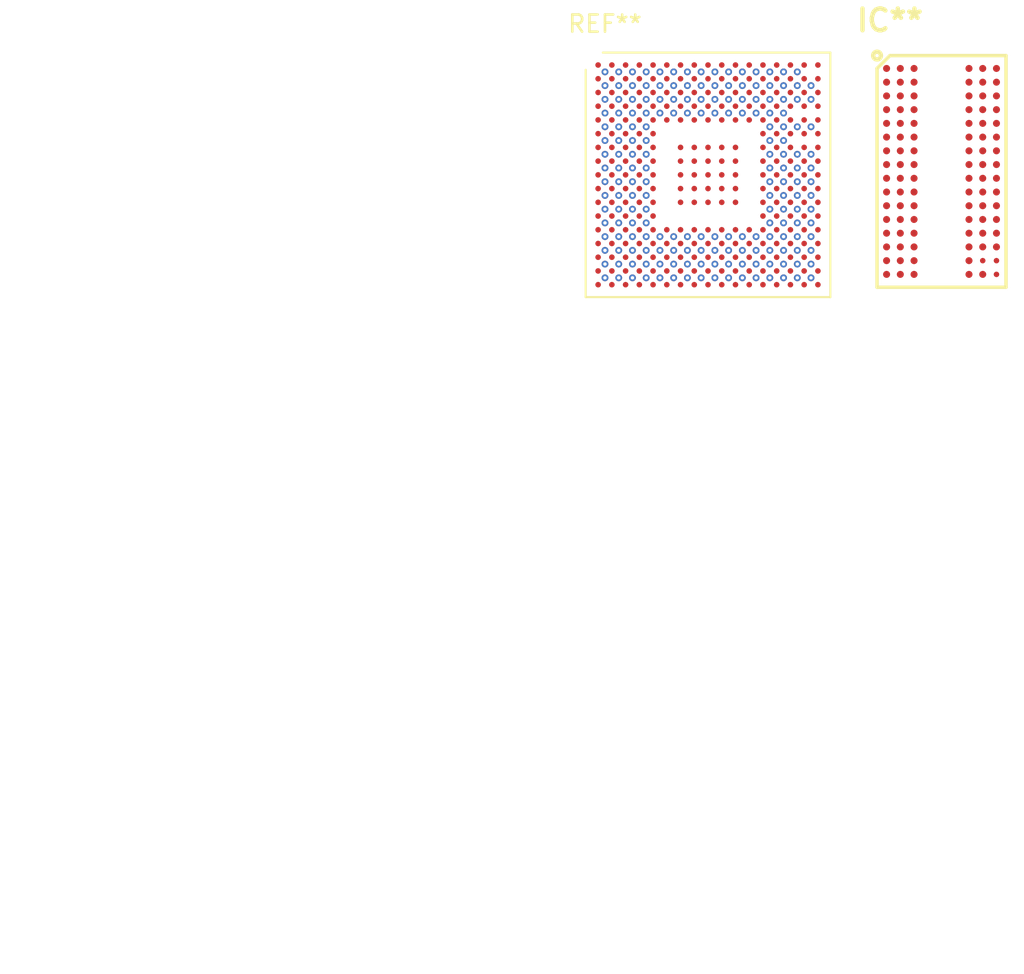
<source format=kicad_pcb>
(kicad_pcb (version 20171130) (host pcbnew "(5.1.10)-1")

  (general
    (thickness 1.6)
    (drawings 1)
    (tracks 187)
    (zones 0)
    (modules 2)
    (nets 1)
  )

  (page A4)
  (layers
    (0 F.Cu signal)
    (1 In1.Cu signal)
    (2 In2.Cu signal)
    (31 B.Cu signal)
    (32 B.Adhes user)
    (33 F.Adhes user)
    (34 B.Paste user)
    (35 F.Paste user)
    (36 B.SilkS user)
    (37 F.SilkS user)
    (38 B.Mask user)
    (39 F.Mask user)
    (40 Dwgs.User user)
    (41 Cmts.User user)
    (42 Eco1.User user)
    (43 Eco2.User user)
    (44 Edge.Cuts user)
    (45 Margin user)
    (46 B.CrtYd user)
    (47 F.CrtYd user)
    (48 B.Fab user)
    (49 F.Fab user)
  )

  (setup
    (last_trace_width 0.1)
    (user_trace_width 0.1)
    (trace_clearance 0.09)
    (zone_clearance 0.508)
    (zone_45_only no)
    (trace_min 0.09)
    (via_size 0.8)
    (via_drill 0.4)
    (via_min_size 0.4)
    (via_min_drill 0.2)
    (user_via 0.4 0.2)
    (user_via 0.45 0.25)
    (uvia_size 0.3)
    (uvia_drill 0.1)
    (uvias_allowed no)
    (uvia_min_size 0.2)
    (uvia_min_drill 0.1)
    (edge_width 0.05)
    (segment_width 0.2)
    (pcb_text_width 0.3)
    (pcb_text_size 1.5 1.5)
    (mod_edge_width 0.12)
    (mod_text_size 1 1)
    (mod_text_width 0.15)
    (pad_size 0.32 0.32)
    (pad_drill 0)
    (pad_to_mask_clearance 0)
    (aux_axis_origin 0 0)
    (visible_elements 7FFFFFFF)
    (pcbplotparams
      (layerselection 0x010fc_ffffffff)
      (usegerberextensions false)
      (usegerberattributes true)
      (usegerberadvancedattributes true)
      (creategerberjobfile true)
      (excludeedgelayer true)
      (linewidth 0.100000)
      (plotframeref false)
      (viasonmask false)
      (mode 1)
      (useauxorigin false)
      (hpglpennumber 1)
      (hpglpenspeed 20)
      (hpglpendiameter 15.000000)
      (psnegative false)
      (psa4output false)
      (plotreference true)
      (plotvalue true)
      (plotinvisibletext false)
      (padsonsilk false)
      (subtractmaskfromsilk false)
      (outputformat 1)
      (mirror false)
      (drillshape 1)
      (scaleselection 1)
      (outputdirectory ""))
  )

  (net 0 "")

  (net_class Default "This is the default net class."
    (clearance 0.09)
    (trace_width 0.09)
    (via_dia 0.8)
    (via_drill 0.4)
    (uvia_dia 0.3)
    (uvia_drill 0.1)
  )

  (module Package_BGA:TFBGA-265_14x14mm_Layout17x17_P0.8mm (layer F.Cu) (tedit 5ADF9FCE) (tstamp 613CD793)
    (at 118.6 63.2)
    (descr "TFBGA-265, 17x17 raster, 14x14mm package, pitch 0.8mm; see section 7.8 of http://www.st.com/resource/en/datasheet/DM00387108.pdf")
    (tags "BGA 265 0.8")
    (attr smd)
    (fp_text reference REF** (at -6 -8.8) (layer F.SilkS)
      (effects (font (size 1 1) (thickness 0.15)))
    )
    (fp_text value TFBGA-265_14x14mm_Layout17x17_P0.8mm (at 0 9.6) (layer F.Fab)
      (effects (font (size 1 1) (thickness 0.15)))
    )
    (fp_line (start -7.125 7.125) (end -7.125 -6.125) (layer F.SilkS) (width 0.12))
    (fp_line (start 7.125 7.125) (end -7.125 7.125) (layer F.SilkS) (width 0.12))
    (fp_line (start 7.125 -7.125) (end 7.125 7.125) (layer F.SilkS) (width 0.12))
    (fp_line (start -6.125 -7.125) (end 7.125 -7.125) (layer F.SilkS) (width 0.12))
    (fp_line (start 8 -8) (end -8 -8) (layer F.CrtYd) (width 0.05))
    (fp_line (start 8 8) (end 8 -8) (layer F.CrtYd) (width 0.05))
    (fp_line (start -8 8) (end 8 8) (layer F.CrtYd) (width 0.05))
    (fp_line (start -8 -8) (end -8 8) (layer F.CrtYd) (width 0.05))
    (fp_line (start 7 -7) (end 7 7) (layer F.Fab) (width 0.1))
    (fp_line (start -6 -7) (end 7 -7) (layer F.Fab) (width 0.1))
    (fp_line (start -7 -6) (end -6 -7) (layer F.Fab) (width 0.1))
    (fp_line (start -7 7) (end -7 -6) (layer F.Fab) (width 0.1))
    (fp_line (start 7 7) (end -7 7) (layer F.Fab) (width 0.1))
    (fp_text user %R (at 0 0) (layer F.Fab)
      (effects (font (size 1 1) (thickness 0.15)))
    )
    (pad U17 smd circle (at 6.4 6.4) (size 0.325 0.325) (layers F.Cu F.Paste F.Mask)
      (solder_paste_margin_ratio -0.115))
    (pad U16 smd circle (at 5.6 6.4) (size 0.325 0.325) (layers F.Cu F.Paste F.Mask)
      (solder_paste_margin_ratio -0.115))
    (pad U15 smd circle (at 4.8 6.4) (size 0.325 0.325) (layers F.Cu F.Paste F.Mask)
      (solder_paste_margin_ratio -0.115))
    (pad U14 smd circle (at 4 6.4) (size 0.325 0.325) (layers F.Cu F.Paste F.Mask)
      (solder_paste_margin_ratio -0.115))
    (pad U13 smd circle (at 3.2 6.4) (size 0.325 0.325) (layers F.Cu F.Paste F.Mask)
      (solder_paste_margin_ratio -0.115))
    (pad U12 smd circle (at 2.4 6.4) (size 0.325 0.325) (layers F.Cu F.Paste F.Mask)
      (solder_paste_margin_ratio -0.115))
    (pad U11 smd circle (at 1.6 6.4) (size 0.325 0.325) (layers F.Cu F.Paste F.Mask)
      (solder_paste_margin_ratio -0.115))
    (pad U10 smd circle (at 0.8 6.4) (size 0.325 0.325) (layers F.Cu F.Paste F.Mask)
      (solder_paste_margin_ratio -0.115))
    (pad U9 smd circle (at 0 6.4) (size 0.325 0.325) (layers F.Cu F.Paste F.Mask)
      (solder_paste_margin_ratio -0.115))
    (pad U8 smd circle (at -0.8 6.4) (size 0.325 0.325) (layers F.Cu F.Paste F.Mask)
      (solder_paste_margin_ratio -0.115))
    (pad U7 smd circle (at -1.6 6.4) (size 0.325 0.325) (layers F.Cu F.Paste F.Mask)
      (solder_paste_margin_ratio -0.115))
    (pad U6 smd circle (at -2.4 6.4) (size 0.325 0.325) (layers F.Cu F.Paste F.Mask)
      (solder_paste_margin_ratio -0.115))
    (pad U5 smd circle (at -3.2 6.4) (size 0.325 0.325) (layers F.Cu F.Paste F.Mask)
      (solder_paste_margin_ratio -0.115))
    (pad U4 smd circle (at -4 6.4) (size 0.325 0.325) (layers F.Cu F.Paste F.Mask)
      (solder_paste_margin_ratio -0.115))
    (pad U3 smd circle (at -4.8 6.4) (size 0.325 0.325) (layers F.Cu F.Paste F.Mask)
      (solder_paste_margin_ratio -0.115))
    (pad U2 smd circle (at -5.6 6.4) (size 0.325 0.325) (layers F.Cu F.Paste F.Mask)
      (solder_paste_margin_ratio -0.115))
    (pad U1 smd circle (at -6.4 6.4) (size 0.325 0.325) (layers F.Cu F.Paste F.Mask)
      (solder_paste_margin_ratio -0.115))
    (pad T17 smd circle (at 6.4 5.6) (size 0.325 0.325) (layers F.Cu F.Paste F.Mask)
      (solder_paste_margin_ratio -0.115))
    (pad T16 smd circle (at 5.6 5.6) (size 0.325 0.325) (layers F.Cu F.Paste F.Mask)
      (solder_paste_margin_ratio -0.115))
    (pad T15 smd circle (at 4.8 5.6) (size 0.325 0.325) (layers F.Cu F.Paste F.Mask)
      (solder_paste_margin_ratio -0.115))
    (pad T14 smd circle (at 4 5.6) (size 0.325 0.325) (layers F.Cu F.Paste F.Mask)
      (solder_paste_margin_ratio -0.115))
    (pad T13 smd circle (at 3.2 5.6) (size 0.325 0.325) (layers F.Cu F.Paste F.Mask)
      (solder_paste_margin_ratio -0.115))
    (pad T12 smd circle (at 2.4 5.6) (size 0.325 0.325) (layers F.Cu F.Paste F.Mask)
      (solder_paste_margin_ratio -0.115))
    (pad T11 smd circle (at 1.6 5.6) (size 0.325 0.325) (layers F.Cu F.Paste F.Mask)
      (solder_paste_margin_ratio -0.115))
    (pad T10 smd circle (at 0.8 5.6) (size 0.325 0.325) (layers F.Cu F.Paste F.Mask)
      (solder_paste_margin_ratio -0.115))
    (pad T9 smd circle (at 0 5.6) (size 0.325 0.325) (layers F.Cu F.Paste F.Mask)
      (solder_paste_margin_ratio -0.115))
    (pad T8 smd circle (at -0.8 5.6) (size 0.325 0.325) (layers F.Cu F.Paste F.Mask)
      (solder_paste_margin_ratio -0.115))
    (pad T7 smd circle (at -1.6 5.6) (size 0.325 0.325) (layers F.Cu F.Paste F.Mask)
      (solder_paste_margin_ratio -0.115))
    (pad T6 smd circle (at -2.4 5.6) (size 0.325 0.325) (layers F.Cu F.Paste F.Mask)
      (solder_paste_margin_ratio -0.115))
    (pad T5 smd circle (at -3.2 5.6) (size 0.325 0.325) (layers F.Cu F.Paste F.Mask)
      (solder_paste_margin_ratio -0.115))
    (pad T4 smd circle (at -4 5.6) (size 0.325 0.325) (layers F.Cu F.Paste F.Mask)
      (solder_paste_margin_ratio -0.115))
    (pad T3 smd circle (at -4.8 5.6) (size 0.325 0.325) (layers F.Cu F.Paste F.Mask)
      (solder_paste_margin_ratio -0.115))
    (pad T2 smd circle (at -5.6 5.6) (size 0.325 0.325) (layers F.Cu F.Paste F.Mask)
      (solder_paste_margin_ratio -0.115))
    (pad T1 smd circle (at -6.4 5.6) (size 0.325 0.325) (layers F.Cu F.Paste F.Mask)
      (solder_paste_margin_ratio -0.115))
    (pad R17 smd circle (at 6.4 4.8) (size 0.325 0.325) (layers F.Cu F.Paste F.Mask)
      (solder_paste_margin_ratio -0.115))
    (pad R16 smd circle (at 5.6 4.8) (size 0.325 0.325) (layers F.Cu F.Paste F.Mask)
      (solder_paste_margin_ratio -0.115))
    (pad R15 smd circle (at 4.8 4.8) (size 0.325 0.325) (layers F.Cu F.Paste F.Mask)
      (solder_paste_margin_ratio -0.115))
    (pad R14 smd circle (at 4 4.8) (size 0.325 0.325) (layers F.Cu F.Paste F.Mask)
      (solder_paste_margin_ratio -0.115))
    (pad R13 smd circle (at 3.2 4.8) (size 0.325 0.325) (layers F.Cu F.Paste F.Mask)
      (solder_paste_margin_ratio -0.115))
    (pad R12 smd circle (at 2.4 4.8) (size 0.325 0.325) (layers F.Cu F.Paste F.Mask)
      (solder_paste_margin_ratio -0.115))
    (pad R11 smd circle (at 1.6 4.8) (size 0.325 0.325) (layers F.Cu F.Paste F.Mask)
      (solder_paste_margin_ratio -0.115))
    (pad R10 smd circle (at 0.8 4.8) (size 0.325 0.325) (layers F.Cu F.Paste F.Mask)
      (solder_paste_margin_ratio -0.115))
    (pad R9 smd circle (at 0 4.8) (size 0.325 0.325) (layers F.Cu F.Paste F.Mask)
      (solder_paste_margin_ratio -0.115))
    (pad R8 smd circle (at -0.8 4.8) (size 0.325 0.325) (layers F.Cu F.Paste F.Mask)
      (solder_paste_margin_ratio -0.115))
    (pad R7 smd circle (at -1.6 4.8) (size 0.325 0.325) (layers F.Cu F.Paste F.Mask)
      (solder_paste_margin_ratio -0.115))
    (pad R6 smd circle (at -2.4 4.8) (size 0.325 0.325) (layers F.Cu F.Paste F.Mask)
      (solder_paste_margin_ratio -0.115))
    (pad R5 smd circle (at -3.2 4.8) (size 0.325 0.325) (layers F.Cu F.Paste F.Mask)
      (solder_paste_margin_ratio -0.115))
    (pad R4 smd circle (at -4 4.8) (size 0.325 0.325) (layers F.Cu F.Paste F.Mask)
      (solder_paste_margin_ratio -0.115))
    (pad R3 smd circle (at -4.8 4.8) (size 0.325 0.325) (layers F.Cu F.Paste F.Mask)
      (solder_paste_margin_ratio -0.115))
    (pad R2 smd circle (at -5.6 4.8) (size 0.325 0.325) (layers F.Cu F.Paste F.Mask)
      (solder_paste_margin_ratio -0.115))
    (pad R1 smd circle (at -6.4 4.8) (size 0.325 0.325) (layers F.Cu F.Paste F.Mask)
      (solder_paste_margin_ratio -0.115))
    (pad P17 smd circle (at 6.4 4) (size 0.325 0.325) (layers F.Cu F.Paste F.Mask)
      (solder_paste_margin_ratio -0.115))
    (pad P16 smd circle (at 5.6 4) (size 0.325 0.325) (layers F.Cu F.Paste F.Mask)
      (solder_paste_margin_ratio -0.115))
    (pad P15 smd circle (at 4.8 4) (size 0.325 0.325) (layers F.Cu F.Paste F.Mask)
      (solder_paste_margin_ratio -0.115))
    (pad P14 smd circle (at 4 4) (size 0.325 0.325) (layers F.Cu F.Paste F.Mask)
      (solder_paste_margin_ratio -0.115))
    (pad P13 smd circle (at 3.2 4) (size 0.325 0.325) (layers F.Cu F.Paste F.Mask)
      (solder_paste_margin_ratio -0.115))
    (pad P12 smd circle (at 2.4 4) (size 0.325 0.325) (layers F.Cu F.Paste F.Mask)
      (solder_paste_margin_ratio -0.115))
    (pad P11 smd circle (at 1.6 4) (size 0.325 0.325) (layers F.Cu F.Paste F.Mask)
      (solder_paste_margin_ratio -0.115))
    (pad P10 smd circle (at 0.8 4) (size 0.325 0.325) (layers F.Cu F.Paste F.Mask)
      (solder_paste_margin_ratio -0.115))
    (pad P9 smd circle (at 0 4) (size 0.325 0.325) (layers F.Cu F.Paste F.Mask)
      (solder_paste_margin_ratio -0.115))
    (pad P8 smd circle (at -0.8 4) (size 0.325 0.325) (layers F.Cu F.Paste F.Mask)
      (solder_paste_margin_ratio -0.115))
    (pad P7 smd circle (at -1.6 4) (size 0.325 0.325) (layers F.Cu F.Paste F.Mask)
      (solder_paste_margin_ratio -0.115))
    (pad P6 smd circle (at -2.4 4) (size 0.325 0.325) (layers F.Cu F.Paste F.Mask)
      (solder_paste_margin_ratio -0.115))
    (pad P5 smd circle (at -3.2 4) (size 0.325 0.325) (layers F.Cu F.Paste F.Mask)
      (solder_paste_margin_ratio -0.115))
    (pad P4 smd circle (at -4 4) (size 0.325 0.325) (layers F.Cu F.Paste F.Mask)
      (solder_paste_margin_ratio -0.115))
    (pad P3 smd circle (at -4.8 4) (size 0.325 0.325) (layers F.Cu F.Paste F.Mask)
      (solder_paste_margin_ratio -0.115))
    (pad P2 smd circle (at -5.6 4) (size 0.325 0.325) (layers F.Cu F.Paste F.Mask)
      (solder_paste_margin_ratio -0.115))
    (pad P1 smd circle (at -6.4 4) (size 0.325 0.325) (layers F.Cu F.Paste F.Mask)
      (solder_paste_margin_ratio -0.115))
    (pad N17 smd circle (at 6.4 3.2) (size 0.325 0.325) (layers F.Cu F.Paste F.Mask)
      (solder_paste_margin_ratio -0.115))
    (pad N16 smd circle (at 5.6 3.2) (size 0.325 0.325) (layers F.Cu F.Paste F.Mask)
      (solder_paste_margin_ratio -0.115))
    (pad N15 smd circle (at 4.8 3.2) (size 0.325 0.325) (layers F.Cu F.Paste F.Mask)
      (solder_paste_margin_ratio -0.115))
    (pad N14 smd circle (at 4 3.2) (size 0.325 0.325) (layers F.Cu F.Paste F.Mask)
      (solder_paste_margin_ratio -0.115))
    (pad N13 smd circle (at 3.2 3.2) (size 0.325 0.325) (layers F.Cu F.Paste F.Mask)
      (solder_paste_margin_ratio -0.115))
    (pad N12 smd circle (at 2.4 3.2) (size 0.325 0.325) (layers F.Cu F.Paste F.Mask)
      (solder_paste_margin_ratio -0.115))
    (pad N11 smd circle (at 1.6 3.2) (size 0.325 0.325) (layers F.Cu F.Paste F.Mask)
      (solder_paste_margin_ratio -0.115))
    (pad N10 smd circle (at 0.8 3.2) (size 0.325 0.325) (layers F.Cu F.Paste F.Mask)
      (solder_paste_margin_ratio -0.115))
    (pad N9 smd circle (at 0 3.2) (size 0.325 0.325) (layers F.Cu F.Paste F.Mask)
      (solder_paste_margin_ratio -0.115))
    (pad N8 smd circle (at -0.8 3.2) (size 0.325 0.325) (layers F.Cu F.Paste F.Mask)
      (solder_paste_margin_ratio -0.115))
    (pad N7 smd circle (at -1.6 3.2) (size 0.325 0.325) (layers F.Cu F.Paste F.Mask)
      (solder_paste_margin_ratio -0.115))
    (pad N6 smd circle (at -2.4 3.2) (size 0.325 0.325) (layers F.Cu F.Paste F.Mask)
      (solder_paste_margin_ratio -0.115))
    (pad N5 smd circle (at -3.2 3.2) (size 0.325 0.325) (layers F.Cu F.Paste F.Mask)
      (solder_paste_margin_ratio -0.115))
    (pad N4 smd circle (at -4 3.2) (size 0.325 0.325) (layers F.Cu F.Paste F.Mask)
      (solder_paste_margin_ratio -0.115))
    (pad N3 smd circle (at -4.8 3.2) (size 0.325 0.325) (layers F.Cu F.Paste F.Mask)
      (solder_paste_margin_ratio -0.115))
    (pad N2 smd circle (at -5.6 3.2) (size 0.325 0.325) (layers F.Cu F.Paste F.Mask)
      (solder_paste_margin_ratio -0.115))
    (pad N1 smd circle (at -6.4 3.2) (size 0.325 0.325) (layers F.Cu F.Paste F.Mask)
      (solder_paste_margin_ratio -0.115))
    (pad M17 smd circle (at 6.4 2.4) (size 0.325 0.325) (layers F.Cu F.Paste F.Mask)
      (solder_paste_margin_ratio -0.115))
    (pad M16 smd circle (at 5.6 2.4) (size 0.325 0.325) (layers F.Cu F.Paste F.Mask)
      (solder_paste_margin_ratio -0.115))
    (pad M15 smd circle (at 4.8 2.4) (size 0.325 0.325) (layers F.Cu F.Paste F.Mask)
      (solder_paste_margin_ratio -0.115))
    (pad M14 smd circle (at 4 2.4) (size 0.325 0.325) (layers F.Cu F.Paste F.Mask)
      (solder_paste_margin_ratio -0.115))
    (pad M13 smd circle (at 3.2 2.4) (size 0.325 0.325) (layers F.Cu F.Paste F.Mask)
      (solder_paste_margin_ratio -0.115))
    (pad M5 smd circle (at -3.2 2.4) (size 0.325 0.325) (layers F.Cu F.Paste F.Mask)
      (solder_paste_margin_ratio -0.115))
    (pad M4 smd circle (at -4 2.4) (size 0.325 0.325) (layers F.Cu F.Paste F.Mask)
      (solder_paste_margin_ratio -0.115))
    (pad M3 smd circle (at -4.8 2.4) (size 0.325 0.325) (layers F.Cu F.Paste F.Mask)
      (solder_paste_margin_ratio -0.115))
    (pad M2 smd circle (at -5.6 2.4) (size 0.325 0.325) (layers F.Cu F.Paste F.Mask)
      (solder_paste_margin_ratio -0.115))
    (pad M1 smd circle (at -6.4 2.4) (size 0.325 0.325) (layers F.Cu F.Paste F.Mask)
      (solder_paste_margin_ratio -0.115))
    (pad L17 smd circle (at 6.4 1.6) (size 0.325 0.325) (layers F.Cu F.Paste F.Mask)
      (solder_paste_margin_ratio -0.115))
    (pad L16 smd circle (at 5.6 1.6) (size 0.325 0.325) (layers F.Cu F.Paste F.Mask)
      (solder_paste_margin_ratio -0.115))
    (pad L15 smd circle (at 4.8 1.6) (size 0.325 0.325) (layers F.Cu F.Paste F.Mask)
      (solder_paste_margin_ratio -0.115))
    (pad L14 smd circle (at 4 1.6) (size 0.325 0.325) (layers F.Cu F.Paste F.Mask)
      (solder_paste_margin_ratio -0.115))
    (pad L13 smd circle (at 3.2 1.6) (size 0.325 0.325) (layers F.Cu F.Paste F.Mask)
      (solder_paste_margin_ratio -0.115))
    (pad L11 smd circle (at 1.6 1.6) (size 0.325 0.325) (layers F.Cu F.Paste F.Mask)
      (solder_paste_margin_ratio -0.115))
    (pad L10 smd circle (at 0.8 1.6) (size 0.325 0.325) (layers F.Cu F.Paste F.Mask)
      (solder_paste_margin_ratio -0.115))
    (pad L9 smd circle (at 0 1.6) (size 0.325 0.325) (layers F.Cu F.Paste F.Mask)
      (solder_paste_margin_ratio -0.115))
    (pad L8 smd circle (at -0.8 1.6) (size 0.325 0.325) (layers F.Cu F.Paste F.Mask)
      (solder_paste_margin_ratio -0.115))
    (pad L7 smd circle (at -1.6 1.6) (size 0.325 0.325) (layers F.Cu F.Paste F.Mask)
      (solder_paste_margin_ratio -0.115))
    (pad L5 smd circle (at -3.2 1.6) (size 0.325 0.325) (layers F.Cu F.Paste F.Mask)
      (solder_paste_margin_ratio -0.115))
    (pad L4 smd circle (at -4 1.6) (size 0.325 0.325) (layers F.Cu F.Paste F.Mask)
      (solder_paste_margin_ratio -0.115))
    (pad L3 smd circle (at -4.8 1.6) (size 0.325 0.325) (layers F.Cu F.Paste F.Mask)
      (solder_paste_margin_ratio -0.115))
    (pad L2 smd circle (at -5.6 1.6) (size 0.325 0.325) (layers F.Cu F.Paste F.Mask)
      (solder_paste_margin_ratio -0.115))
    (pad L1 smd circle (at -6.4 1.6) (size 0.325 0.325) (layers F.Cu F.Paste F.Mask)
      (solder_paste_margin_ratio -0.115))
    (pad K17 smd circle (at 6.4 0.8) (size 0.325 0.325) (layers F.Cu F.Paste F.Mask)
      (solder_paste_margin_ratio -0.115))
    (pad K16 smd circle (at 5.6 0.8) (size 0.325 0.325) (layers F.Cu F.Paste F.Mask)
      (solder_paste_margin_ratio -0.115))
    (pad K15 smd circle (at 4.8 0.8) (size 0.325 0.325) (layers F.Cu F.Paste F.Mask)
      (solder_paste_margin_ratio -0.115))
    (pad K14 smd circle (at 4 0.8) (size 0.325 0.325) (layers F.Cu F.Paste F.Mask)
      (solder_paste_margin_ratio -0.115))
    (pad K13 smd circle (at 3.2 0.8) (size 0.325 0.325) (layers F.Cu F.Paste F.Mask)
      (solder_paste_margin_ratio -0.115))
    (pad K11 smd circle (at 1.6 0.8) (size 0.325 0.325) (layers F.Cu F.Paste F.Mask)
      (solder_paste_margin_ratio -0.115))
    (pad K10 smd circle (at 0.8 0.8) (size 0.325 0.325) (layers F.Cu F.Paste F.Mask)
      (solder_paste_margin_ratio -0.115))
    (pad K9 smd circle (at 0 0.8) (size 0.325 0.325) (layers F.Cu F.Paste F.Mask)
      (solder_paste_margin_ratio -0.115))
    (pad K8 smd circle (at -0.8 0.8) (size 0.325 0.325) (layers F.Cu F.Paste F.Mask)
      (solder_paste_margin_ratio -0.115))
    (pad K7 smd circle (at -1.6 0.8) (size 0.325 0.325) (layers F.Cu F.Paste F.Mask)
      (solder_paste_margin_ratio -0.115))
    (pad K5 smd circle (at -3.2 0.8) (size 0.325 0.325) (layers F.Cu F.Paste F.Mask)
      (solder_paste_margin_ratio -0.115))
    (pad K4 smd circle (at -4 0.8) (size 0.325 0.325) (layers F.Cu F.Paste F.Mask)
      (solder_paste_margin_ratio -0.115))
    (pad K3 smd circle (at -4.8 0.8) (size 0.325 0.325) (layers F.Cu F.Paste F.Mask)
      (solder_paste_margin_ratio -0.115))
    (pad K2 smd circle (at -5.6 0.8) (size 0.325 0.325) (layers F.Cu F.Paste F.Mask)
      (solder_paste_margin_ratio -0.115))
    (pad K1 smd circle (at -6.4 0.8) (size 0.325 0.325) (layers F.Cu F.Paste F.Mask)
      (solder_paste_margin_ratio -0.115))
    (pad J17 smd circle (at 6.4 0) (size 0.325 0.325) (layers F.Cu F.Paste F.Mask)
      (solder_paste_margin_ratio -0.115))
    (pad J16 smd circle (at 5.6 0) (size 0.325 0.325) (layers F.Cu F.Paste F.Mask)
      (solder_paste_margin_ratio -0.115))
    (pad J15 smd circle (at 4.8 0) (size 0.325 0.325) (layers F.Cu F.Paste F.Mask)
      (solder_paste_margin_ratio -0.115))
    (pad J14 smd circle (at 4 0) (size 0.325 0.325) (layers F.Cu F.Paste F.Mask)
      (solder_paste_margin_ratio -0.115))
    (pad J13 smd circle (at 3.2 0) (size 0.325 0.325) (layers F.Cu F.Paste F.Mask)
      (solder_paste_margin_ratio -0.115))
    (pad J11 smd circle (at 1.6 0) (size 0.325 0.325) (layers F.Cu F.Paste F.Mask)
      (solder_paste_margin_ratio -0.115))
    (pad J10 smd circle (at 0.8 0) (size 0.325 0.325) (layers F.Cu F.Paste F.Mask)
      (solder_paste_margin_ratio -0.115))
    (pad J9 smd circle (at 0 0) (size 0.325 0.325) (layers F.Cu F.Paste F.Mask)
      (solder_paste_margin_ratio -0.115))
    (pad J8 smd circle (at -0.8 0) (size 0.325 0.325) (layers F.Cu F.Paste F.Mask)
      (solder_paste_margin_ratio -0.115))
    (pad J7 smd circle (at -1.6 0) (size 0.325 0.325) (layers F.Cu F.Paste F.Mask)
      (solder_paste_margin_ratio -0.115))
    (pad J5 smd circle (at -3.2 0) (size 0.325 0.325) (layers F.Cu F.Paste F.Mask)
      (solder_paste_margin_ratio -0.115))
    (pad J4 smd circle (at -4 0) (size 0.325 0.325) (layers F.Cu F.Paste F.Mask)
      (solder_paste_margin_ratio -0.115))
    (pad J3 smd circle (at -4.8 0) (size 0.325 0.325) (layers F.Cu F.Paste F.Mask)
      (solder_paste_margin_ratio -0.115))
    (pad J2 smd circle (at -5.6 0) (size 0.325 0.325) (layers F.Cu F.Paste F.Mask)
      (solder_paste_margin_ratio -0.115))
    (pad J1 smd circle (at -6.4 0) (size 0.325 0.325) (layers F.Cu F.Paste F.Mask)
      (solder_paste_margin_ratio -0.115))
    (pad H17 smd circle (at 6.4 -0.8) (size 0.325 0.325) (layers F.Cu F.Paste F.Mask)
      (solder_paste_margin_ratio -0.115))
    (pad H16 smd circle (at 5.6 -0.8) (size 0.325 0.325) (layers F.Cu F.Paste F.Mask)
      (solder_paste_margin_ratio -0.115))
    (pad H15 smd circle (at 4.8 -0.8) (size 0.325 0.325) (layers F.Cu F.Paste F.Mask)
      (solder_paste_margin_ratio -0.115))
    (pad H14 smd circle (at 4 -0.8) (size 0.325 0.325) (layers F.Cu F.Paste F.Mask)
      (solder_paste_margin_ratio -0.115))
    (pad H13 smd circle (at 3.2 -0.8) (size 0.325 0.325) (layers F.Cu F.Paste F.Mask)
      (solder_paste_margin_ratio -0.115))
    (pad H11 smd circle (at 1.6 -0.8) (size 0.325 0.325) (layers F.Cu F.Paste F.Mask)
      (solder_paste_margin_ratio -0.115))
    (pad H10 smd circle (at 0.8 -0.8) (size 0.325 0.325) (layers F.Cu F.Paste F.Mask)
      (solder_paste_margin_ratio -0.115))
    (pad H9 smd circle (at 0 -0.8) (size 0.325 0.325) (layers F.Cu F.Paste F.Mask)
      (solder_paste_margin_ratio -0.115))
    (pad H8 smd circle (at -0.8 -0.8) (size 0.325 0.325) (layers F.Cu F.Paste F.Mask)
      (solder_paste_margin_ratio -0.115))
    (pad H7 smd circle (at -1.6 -0.8) (size 0.325 0.325) (layers F.Cu F.Paste F.Mask)
      (solder_paste_margin_ratio -0.115))
    (pad H5 smd circle (at -3.2 -0.8) (size 0.325 0.325) (layers F.Cu F.Paste F.Mask)
      (solder_paste_margin_ratio -0.115))
    (pad H4 smd circle (at -4 -0.8) (size 0.325 0.325) (layers F.Cu F.Paste F.Mask)
      (solder_paste_margin_ratio -0.115))
    (pad H3 smd circle (at -4.8 -0.8) (size 0.325 0.325) (layers F.Cu F.Paste F.Mask)
      (solder_paste_margin_ratio -0.115))
    (pad H2 smd circle (at -5.6 -0.8) (size 0.325 0.325) (layers F.Cu F.Paste F.Mask)
      (solder_paste_margin_ratio -0.115))
    (pad H1 smd circle (at -6.4 -0.8) (size 0.325 0.325) (layers F.Cu F.Paste F.Mask)
      (solder_paste_margin_ratio -0.115))
    (pad G17 smd circle (at 6.4 -1.6) (size 0.325 0.325) (layers F.Cu F.Paste F.Mask)
      (solder_paste_margin_ratio -0.115))
    (pad G16 smd circle (at 5.6 -1.6) (size 0.325 0.325) (layers F.Cu F.Paste F.Mask)
      (solder_paste_margin_ratio -0.115))
    (pad G15 smd circle (at 4.8 -1.6) (size 0.325 0.325) (layers F.Cu F.Paste F.Mask)
      (solder_paste_margin_ratio -0.115))
    (pad G14 smd circle (at 4 -1.6) (size 0.325 0.325) (layers F.Cu F.Paste F.Mask)
      (solder_paste_margin_ratio -0.115))
    (pad G13 smd circle (at 3.2 -1.6) (size 0.325 0.325) (layers F.Cu F.Paste F.Mask)
      (solder_paste_margin_ratio -0.115))
    (pad G11 smd circle (at 1.6 -1.6) (size 0.325 0.325) (layers F.Cu F.Paste F.Mask)
      (solder_paste_margin_ratio -0.115))
    (pad G10 smd circle (at 0.8 -1.6) (size 0.325 0.325) (layers F.Cu F.Paste F.Mask)
      (solder_paste_margin_ratio -0.115))
    (pad G9 smd circle (at 0 -1.6) (size 0.325 0.325) (layers F.Cu F.Paste F.Mask)
      (solder_paste_margin_ratio -0.115))
    (pad G8 smd circle (at -0.8 -1.6) (size 0.325 0.325) (layers F.Cu F.Paste F.Mask)
      (solder_paste_margin_ratio -0.115))
    (pad G7 smd circle (at -1.6 -1.6) (size 0.325 0.325) (layers F.Cu F.Paste F.Mask)
      (solder_paste_margin_ratio -0.115))
    (pad G5 smd circle (at -3.2 -1.6) (size 0.325 0.325) (layers F.Cu F.Paste F.Mask)
      (solder_paste_margin_ratio -0.115))
    (pad G4 smd circle (at -4 -1.6) (size 0.325 0.325) (layers F.Cu F.Paste F.Mask)
      (solder_paste_margin_ratio -0.115))
    (pad G3 smd circle (at -4.8 -1.6) (size 0.325 0.325) (layers F.Cu F.Paste F.Mask)
      (solder_paste_margin_ratio -0.115))
    (pad G2 smd circle (at -5.6 -1.6) (size 0.325 0.325) (layers F.Cu F.Paste F.Mask)
      (solder_paste_margin_ratio -0.115))
    (pad G1 smd circle (at -6.4 -1.6) (size 0.325 0.325) (layers F.Cu F.Paste F.Mask)
      (solder_paste_margin_ratio -0.115))
    (pad F17 smd circle (at 6.4 -2.4) (size 0.325 0.325) (layers F.Cu F.Paste F.Mask)
      (solder_paste_margin_ratio -0.115))
    (pad F16 smd circle (at 5.6 -2.4) (size 0.325 0.325) (layers F.Cu F.Paste F.Mask)
      (solder_paste_margin_ratio -0.115))
    (pad F15 smd circle (at 4.8 -2.4) (size 0.325 0.325) (layers F.Cu F.Paste F.Mask)
      (solder_paste_margin_ratio -0.115))
    (pad F14 smd circle (at 4 -2.4) (size 0.325 0.325) (layers F.Cu F.Paste F.Mask)
      (solder_paste_margin_ratio -0.115))
    (pad F13 smd circle (at 3.2 -2.4) (size 0.325 0.325) (layers F.Cu F.Paste F.Mask)
      (solder_paste_margin_ratio -0.115))
    (pad F5 smd circle (at -3.2 -2.4) (size 0.325 0.325) (layers F.Cu F.Paste F.Mask)
      (solder_paste_margin_ratio -0.115))
    (pad F4 smd circle (at -4 -2.4) (size 0.325 0.325) (layers F.Cu F.Paste F.Mask)
      (solder_paste_margin_ratio -0.115))
    (pad F3 smd circle (at -4.8 -2.4) (size 0.325 0.325) (layers F.Cu F.Paste F.Mask)
      (solder_paste_margin_ratio -0.115))
    (pad F2 smd circle (at -5.6 -2.4) (size 0.325 0.325) (layers F.Cu F.Paste F.Mask)
      (solder_paste_margin_ratio -0.115))
    (pad F1 smd circle (at -6.4 -2.4) (size 0.325 0.325) (layers F.Cu F.Paste F.Mask)
      (solder_paste_margin_ratio -0.115))
    (pad E17 smd circle (at 6.4 -3.2) (size 0.325 0.325) (layers F.Cu F.Paste F.Mask)
      (solder_paste_margin_ratio -0.115))
    (pad E16 smd circle (at 5.6 -3.2) (size 0.325 0.325) (layers F.Cu F.Paste F.Mask)
      (solder_paste_margin_ratio -0.115))
    (pad E15 smd circle (at 4.8 -3.2) (size 0.325 0.325) (layers F.Cu F.Paste F.Mask)
      (solder_paste_margin_ratio -0.115))
    (pad E14 smd circle (at 4 -3.2) (size 0.325 0.325) (layers F.Cu F.Paste F.Mask)
      (solder_paste_margin_ratio -0.115))
    (pad E13 smd circle (at 3.2 -3.2) (size 0.325 0.325) (layers F.Cu F.Paste F.Mask)
      (solder_paste_margin_ratio -0.115))
    (pad E12 smd circle (at 2.4 -3.2) (size 0.325 0.325) (layers F.Cu F.Paste F.Mask)
      (solder_paste_margin_ratio -0.115))
    (pad E11 smd circle (at 1.6 -3.2) (size 0.325 0.325) (layers F.Cu F.Paste F.Mask)
      (solder_paste_margin_ratio -0.115))
    (pad E10 smd circle (at 0.8 -3.2) (size 0.325 0.325) (layers F.Cu F.Paste F.Mask)
      (solder_paste_margin_ratio -0.115))
    (pad E9 smd circle (at 0 -3.2) (size 0.325 0.325) (layers F.Cu F.Paste F.Mask)
      (solder_paste_margin_ratio -0.115))
    (pad E8 smd circle (at -0.8 -3.2) (size 0.325 0.325) (layers F.Cu F.Paste F.Mask)
      (solder_paste_margin_ratio -0.115))
    (pad E7 smd circle (at -1.6 -3.2) (size 0.325 0.325) (layers F.Cu F.Paste F.Mask)
      (solder_paste_margin_ratio -0.115))
    (pad E6 smd circle (at -2.4 -3.2) (size 0.325 0.325) (layers F.Cu F.Paste F.Mask)
      (solder_paste_margin_ratio -0.115))
    (pad E5 smd circle (at -3.2 -3.2) (size 0.325 0.325) (layers F.Cu F.Paste F.Mask)
      (solder_paste_margin_ratio -0.115))
    (pad E4 smd circle (at -4 -3.2) (size 0.325 0.325) (layers F.Cu F.Paste F.Mask)
      (solder_paste_margin_ratio -0.115))
    (pad E3 smd circle (at -4.8 -3.2) (size 0.325 0.325) (layers F.Cu F.Paste F.Mask)
      (solder_paste_margin_ratio -0.115))
    (pad E2 smd circle (at -5.6 -3.2) (size 0.325 0.325) (layers F.Cu F.Paste F.Mask)
      (solder_paste_margin_ratio -0.115))
    (pad E1 smd circle (at -6.4 -3.2) (size 0.325 0.325) (layers F.Cu F.Paste F.Mask)
      (solder_paste_margin_ratio -0.115))
    (pad D17 smd circle (at 6.4 -4) (size 0.325 0.325) (layers F.Cu F.Paste F.Mask)
      (solder_paste_margin_ratio -0.115))
    (pad D16 smd circle (at 5.6 -4) (size 0.325 0.325) (layers F.Cu F.Paste F.Mask)
      (solder_paste_margin_ratio -0.115))
    (pad D15 smd circle (at 4.8 -4) (size 0.325 0.325) (layers F.Cu F.Paste F.Mask)
      (solder_paste_margin_ratio -0.115))
    (pad D14 smd circle (at 4 -4) (size 0.325 0.325) (layers F.Cu F.Paste F.Mask)
      (solder_paste_margin_ratio -0.115))
    (pad D13 smd circle (at 3.2 -4) (size 0.325 0.325) (layers F.Cu F.Paste F.Mask)
      (solder_paste_margin_ratio -0.115))
    (pad D12 smd circle (at 2.4 -4) (size 0.325 0.325) (layers F.Cu F.Paste F.Mask)
      (solder_paste_margin_ratio -0.115))
    (pad D11 smd circle (at 1.6 -4) (size 0.325 0.325) (layers F.Cu F.Paste F.Mask)
      (solder_paste_margin_ratio -0.115))
    (pad D10 smd circle (at 0.8 -4) (size 0.325 0.325) (layers F.Cu F.Paste F.Mask)
      (solder_paste_margin_ratio -0.115))
    (pad D9 smd circle (at 0 -4) (size 0.325 0.325) (layers F.Cu F.Paste F.Mask)
      (solder_paste_margin_ratio -0.115))
    (pad D8 smd circle (at -0.8 -4) (size 0.325 0.325) (layers F.Cu F.Paste F.Mask)
      (solder_paste_margin_ratio -0.115))
    (pad D7 smd circle (at -1.6 -4) (size 0.325 0.325) (layers F.Cu F.Paste F.Mask)
      (solder_paste_margin_ratio -0.115))
    (pad D6 smd circle (at -2.4 -4) (size 0.325 0.325) (layers F.Cu F.Paste F.Mask)
      (solder_paste_margin_ratio -0.115))
    (pad D5 smd circle (at -3.2 -4) (size 0.325 0.325) (layers F.Cu F.Paste F.Mask)
      (solder_paste_margin_ratio -0.115))
    (pad D4 smd circle (at -4 -4) (size 0.325 0.325) (layers F.Cu F.Paste F.Mask)
      (solder_paste_margin_ratio -0.115))
    (pad D3 smd circle (at -4.8 -4) (size 0.325 0.325) (layers F.Cu F.Paste F.Mask)
      (solder_paste_margin_ratio -0.115))
    (pad D2 smd circle (at -5.6 -4) (size 0.325 0.325) (layers F.Cu F.Paste F.Mask)
      (solder_paste_margin_ratio -0.115))
    (pad D1 smd circle (at -6.4 -4) (size 0.325 0.325) (layers F.Cu F.Paste F.Mask)
      (solder_paste_margin_ratio -0.115))
    (pad C17 smd circle (at 6.4 -4.8) (size 0.325 0.325) (layers F.Cu F.Paste F.Mask)
      (solder_paste_margin_ratio -0.115))
    (pad C16 smd circle (at 5.6 -4.8) (size 0.325 0.325) (layers F.Cu F.Paste F.Mask)
      (solder_paste_margin_ratio -0.115))
    (pad C15 smd circle (at 4.8 -4.8) (size 0.325 0.325) (layers F.Cu F.Paste F.Mask)
      (solder_paste_margin_ratio -0.115))
    (pad C14 smd circle (at 4 -4.8) (size 0.325 0.325) (layers F.Cu F.Paste F.Mask)
      (solder_paste_margin_ratio -0.115))
    (pad C13 smd circle (at 3.2 -4.8) (size 0.325 0.325) (layers F.Cu F.Paste F.Mask)
      (solder_paste_margin_ratio -0.115))
    (pad C12 smd circle (at 2.4 -4.8) (size 0.325 0.325) (layers F.Cu F.Paste F.Mask)
      (solder_paste_margin_ratio -0.115))
    (pad C11 smd circle (at 1.6 -4.8) (size 0.325 0.325) (layers F.Cu F.Paste F.Mask)
      (solder_paste_margin_ratio -0.115))
    (pad C10 smd circle (at 0.8 -4.8) (size 0.325 0.325) (layers F.Cu F.Paste F.Mask)
      (solder_paste_margin_ratio -0.115))
    (pad C9 smd circle (at 0 -4.8) (size 0.325 0.325) (layers F.Cu F.Paste F.Mask)
      (solder_paste_margin_ratio -0.115))
    (pad C8 smd circle (at -0.8 -4.8) (size 0.325 0.325) (layers F.Cu F.Paste F.Mask)
      (solder_paste_margin_ratio -0.115))
    (pad C7 smd circle (at -1.6 -4.8) (size 0.325 0.325) (layers F.Cu F.Paste F.Mask)
      (solder_paste_margin_ratio -0.115))
    (pad C6 smd circle (at -2.4 -4.8) (size 0.325 0.325) (layers F.Cu F.Paste F.Mask)
      (solder_paste_margin_ratio -0.115))
    (pad C5 smd circle (at -3.2 -4.8) (size 0.325 0.325) (layers F.Cu F.Paste F.Mask)
      (solder_paste_margin_ratio -0.115))
    (pad C4 smd circle (at -4 -4.8) (size 0.325 0.325) (layers F.Cu F.Paste F.Mask)
      (solder_paste_margin_ratio -0.115))
    (pad C3 smd circle (at -4.8 -4.8) (size 0.325 0.325) (layers F.Cu F.Paste F.Mask)
      (solder_paste_margin_ratio -0.115))
    (pad C2 smd circle (at -5.6 -4.8) (size 0.325 0.325) (layers F.Cu F.Paste F.Mask)
      (solder_paste_margin_ratio -0.115))
    (pad C1 smd circle (at -6.4 -4.8) (size 0.325 0.325) (layers F.Cu F.Paste F.Mask)
      (solder_paste_margin_ratio -0.115))
    (pad B17 smd circle (at 6.4 -5.6) (size 0.325 0.325) (layers F.Cu F.Paste F.Mask)
      (solder_paste_margin_ratio -0.115))
    (pad B16 smd circle (at 5.6 -5.6) (size 0.325 0.325) (layers F.Cu F.Paste F.Mask)
      (solder_paste_margin_ratio -0.115))
    (pad B15 smd circle (at 4.8 -5.6) (size 0.325 0.325) (layers F.Cu F.Paste F.Mask)
      (solder_paste_margin_ratio -0.115))
    (pad B14 smd circle (at 4 -5.6) (size 0.325 0.325) (layers F.Cu F.Paste F.Mask)
      (solder_paste_margin_ratio -0.115))
    (pad B13 smd circle (at 3.2 -5.6) (size 0.325 0.325) (layers F.Cu F.Paste F.Mask)
      (solder_paste_margin_ratio -0.115))
    (pad B12 smd circle (at 2.4 -5.6) (size 0.325 0.325) (layers F.Cu F.Paste F.Mask)
      (solder_paste_margin_ratio -0.115))
    (pad B11 smd circle (at 1.6 -5.6) (size 0.325 0.325) (layers F.Cu F.Paste F.Mask)
      (solder_paste_margin_ratio -0.115))
    (pad B10 smd circle (at 0.8 -5.6) (size 0.325 0.325) (layers F.Cu F.Paste F.Mask)
      (solder_paste_margin_ratio -0.115))
    (pad B9 smd circle (at 0 -5.6) (size 0.325 0.325) (layers F.Cu F.Paste F.Mask)
      (solder_paste_margin_ratio -0.115))
    (pad B8 smd circle (at -0.8 -5.6) (size 0.325 0.325) (layers F.Cu F.Paste F.Mask)
      (solder_paste_margin_ratio -0.115))
    (pad B7 smd circle (at -1.6 -5.6) (size 0.325 0.325) (layers F.Cu F.Paste F.Mask)
      (solder_paste_margin_ratio -0.115))
    (pad B6 smd circle (at -2.4 -5.6) (size 0.325 0.325) (layers F.Cu F.Paste F.Mask)
      (solder_paste_margin_ratio -0.115))
    (pad B5 smd circle (at -3.2 -5.6) (size 0.325 0.325) (layers F.Cu F.Paste F.Mask)
      (solder_paste_margin_ratio -0.115))
    (pad B4 smd circle (at -4 -5.6) (size 0.325 0.325) (layers F.Cu F.Paste F.Mask)
      (solder_paste_margin_ratio -0.115))
    (pad B3 smd circle (at -4.8 -5.6) (size 0.325 0.325) (layers F.Cu F.Paste F.Mask)
      (solder_paste_margin_ratio -0.115))
    (pad B2 smd circle (at -5.6 -5.6) (size 0.325 0.325) (layers F.Cu F.Paste F.Mask)
      (solder_paste_margin_ratio -0.115))
    (pad B1 smd circle (at -6.4 -5.6) (size 0.325 0.325) (layers F.Cu F.Paste F.Mask)
      (solder_paste_margin_ratio -0.115))
    (pad A17 smd circle (at 6.4 -6.4) (size 0.325 0.325) (layers F.Cu F.Paste F.Mask)
      (solder_paste_margin_ratio -0.115))
    (pad A16 smd circle (at 5.6 -6.4) (size 0.325 0.325) (layers F.Cu F.Paste F.Mask)
      (solder_paste_margin_ratio -0.115))
    (pad A15 smd circle (at 4.8 -6.4) (size 0.325 0.325) (layers F.Cu F.Paste F.Mask)
      (solder_paste_margin_ratio -0.115))
    (pad A14 smd circle (at 4 -6.4) (size 0.325 0.325) (layers F.Cu F.Paste F.Mask)
      (solder_paste_margin_ratio -0.115))
    (pad A13 smd circle (at 3.2 -6.4) (size 0.325 0.325) (layers F.Cu F.Paste F.Mask)
      (solder_paste_margin_ratio -0.115))
    (pad A12 smd circle (at 2.4 -6.4) (size 0.325 0.325) (layers F.Cu F.Paste F.Mask)
      (solder_paste_margin_ratio -0.115))
    (pad A11 smd circle (at 1.6 -6.4) (size 0.325 0.325) (layers F.Cu F.Paste F.Mask)
      (solder_paste_margin_ratio -0.115))
    (pad A10 smd circle (at 0.8 -6.4) (size 0.325 0.325) (layers F.Cu F.Paste F.Mask)
      (solder_paste_margin_ratio -0.115))
    (pad A9 smd circle (at 0 -6.4) (size 0.325 0.325) (layers F.Cu F.Paste F.Mask)
      (solder_paste_margin_ratio -0.115))
    (pad A8 smd circle (at -0.8 -6.4) (size 0.325 0.325) (layers F.Cu F.Paste F.Mask)
      (solder_paste_margin_ratio -0.115))
    (pad A7 smd circle (at -1.6 -6.4) (size 0.325 0.325) (layers F.Cu F.Paste F.Mask)
      (solder_paste_margin_ratio -0.115))
    (pad A6 smd circle (at -2.4 -6.4) (size 0.325 0.325) (layers F.Cu F.Paste F.Mask)
      (solder_paste_margin_ratio -0.115))
    (pad A5 smd circle (at -3.2 -6.4) (size 0.325 0.325) (layers F.Cu F.Paste F.Mask)
      (solder_paste_margin_ratio -0.115))
    (pad A4 smd circle (at -4 -6.4) (size 0.325 0.325) (layers F.Cu F.Paste F.Mask)
      (solder_paste_margin_ratio -0.115))
    (pad A3 smd circle (at -4.8 -6.4) (size 0.325 0.325) (layers F.Cu F.Paste F.Mask)
      (solder_paste_margin_ratio -0.115))
    (pad A2 smd circle (at -5.6 -6.4) (size 0.325 0.325) (layers F.Cu F.Paste F.Mask)
      (solder_paste_margin_ratio -0.115))
    (pad A1 smd circle (at -6.4 -6.4) (size 0.325 0.325) (layers F.Cu F.Paste F.Mask)
      (solder_paste_margin_ratio -0.115))
    (model ${KISYS3DMOD}/Package_BGA.3dshapes/TFBGA-265_14x14mm_Layout17x17_P0.8mm.wrl
      (at (xyz 0 0 0))
      (scale (xyz 1 1 1))
      (rotate (xyz 0 0 0))
    )
  )

  (module AS4C256M16D3LC-12BCN:BGA96C80P9X16_750X1350X120 (layer F.Cu) (tedit 613C9811) (tstamp 613DD8EF)
    (at 132.2 63)
    (descr "96 BALL- FBGA+")
    (tags "Integrated Circuit")
    (attr smd)
    (fp_text reference IC** (at -3 -8.8) (layer F.SilkS)
      (effects (font (size 1.27 1.27) (thickness 0.254)))
    )
    (fp_text value BGA96C80P9X16_750X1350X120 (at 0 12.8) (layer F.SilkS) hide
      (effects (font (size 1.27 1.27) (thickness 0.254)))
    )
    (fp_circle (center -3.755 -6.75) (end -3.655 -6.75) (layer F.SilkS) (width 0.254))
    (fp_line (start -3.755 -6) (end -3.005 -6.75) (layer F.SilkS) (width 0.2))
    (fp_line (start -3.755 6.75) (end -3.755 -6) (layer F.SilkS) (width 0.2))
    (fp_line (start 3.755 6.75) (end -3.755 6.75) (layer F.SilkS) (width 0.2))
    (fp_line (start 3.755 -6.75) (end 3.755 6.75) (layer F.SilkS) (width 0.2))
    (fp_line (start -3.005 -6.75) (end 3.755 -6.75) (layer F.SilkS) (width 0.2))
    (fp_line (start -3.75 -3.35) (end -0.35 -6.75) (layer Dwgs.User) (width 0.1))
    (fp_line (start -3.75 6.75) (end -3.75 -6.75) (layer Dwgs.User) (width 0.1))
    (fp_line (start 3.75 6.75) (end -3.75 6.75) (layer Dwgs.User) (width 0.1))
    (fp_line (start 3.75 -6.75) (end 3.75 6.75) (layer Dwgs.User) (width 0.1))
    (fp_line (start -3.75 -6.75) (end 3.75 -6.75) (layer Dwgs.User) (width 0.1))
    (fp_line (start -4.8 7.8) (end -4.8 -7.8) (layer Dwgs.User) (width 0.05))
    (fp_line (start 4.8 7.8) (end -4.8 7.8) (layer Dwgs.User) (width 0.05))
    (fp_line (start 4.8 -7.8) (end 4.8 7.8) (layer Dwgs.User) (width 0.05))
    (fp_line (start -4.8 -7.8) (end 4.8 -7.8) (layer Dwgs.User) (width 0.05))
    (pad T9 smd circle (at 3.2 6 90) (size 0.32 0.32) (layers F.Cu F.Paste F.Mask))
    (pad T8 smd circle (at 2.4 6 90) (size 0.41 0.41) (layers F.Cu F.Paste F.Mask))
    (pad T7 smd circle (at 1.6 6 90) (size 0.41 0.41) (layers F.Cu F.Paste F.Mask))
    (pad T3 smd circle (at -1.6 6 90) (size 0.41 0.41) (layers F.Cu F.Paste F.Mask))
    (pad T2 smd circle (at -2.4 6 90) (size 0.41 0.41) (layers F.Cu F.Paste F.Mask))
    (pad T1 smd circle (at -3.2 6 90) (size 0.41 0.41) (layers F.Cu F.Paste F.Mask))
    (pad R9 smd circle (at 3.2 5.2 90) (size 0.32 0.32) (layers F.Cu F.Paste F.Mask))
    (pad R8 smd circle (at 2.4 5.2 90) (size 0.32 0.32) (layers F.Cu F.Paste F.Mask))
    (pad R7 smd circle (at 1.6 5.2 90) (size 0.41 0.41) (layers F.Cu F.Paste F.Mask))
    (pad R3 smd circle (at -1.6 5.2 90) (size 0.41 0.41) (layers F.Cu F.Paste F.Mask))
    (pad R2 smd circle (at -2.4 5.2 90) (size 0.41 0.41) (layers F.Cu F.Paste F.Mask))
    (pad R1 smd circle (at -3.2 5.2 90) (size 0.41 0.41) (layers F.Cu F.Paste F.Mask))
    (pad P9 smd circle (at 3.2 4.4 90) (size 0.41 0.41) (layers F.Cu F.Paste F.Mask))
    (pad P8 smd circle (at 2.4 4.4 90) (size 0.41 0.41) (layers F.Cu F.Paste F.Mask))
    (pad P7 smd circle (at 1.6 4.4 90) (size 0.41 0.41) (layers F.Cu F.Paste F.Mask))
    (pad P3 smd circle (at -1.6 4.4 90) (size 0.41 0.41) (layers F.Cu F.Paste F.Mask))
    (pad P2 smd circle (at -2.4 4.4 90) (size 0.41 0.41) (layers F.Cu F.Paste F.Mask))
    (pad P1 smd circle (at -3.2 4.4 90) (size 0.41 0.41) (layers F.Cu F.Paste F.Mask))
    (pad N9 smd circle (at 3.2 3.6 90) (size 0.41 0.41) (layers F.Cu F.Paste F.Mask))
    (pad N8 smd circle (at 2.4 3.6 90) (size 0.41 0.41) (layers F.Cu F.Paste F.Mask))
    (pad N7 smd circle (at 1.6 3.6 90) (size 0.41 0.41) (layers F.Cu F.Paste F.Mask))
    (pad N3 smd circle (at -1.6 3.6 90) (size 0.41 0.41) (layers F.Cu F.Paste F.Mask))
    (pad N2 smd circle (at -2.4 3.6 90) (size 0.41 0.41) (layers F.Cu F.Paste F.Mask))
    (pad N1 smd circle (at -3.2 3.6 90) (size 0.41 0.41) (layers F.Cu F.Paste F.Mask))
    (pad M9 smd circle (at 3.2 2.8 90) (size 0.41 0.41) (layers F.Cu F.Paste F.Mask))
    (pad M8 smd circle (at 2.4 2.8 90) (size 0.41 0.41) (layers F.Cu F.Paste F.Mask))
    (pad M7 smd circle (at 1.6 2.8 90) (size 0.41 0.41) (layers F.Cu F.Paste F.Mask))
    (pad M3 smd circle (at -1.6 2.8 90) (size 0.41 0.41) (layers F.Cu F.Paste F.Mask))
    (pad M2 smd circle (at -2.4 2.8 90) (size 0.41 0.41) (layers F.Cu F.Paste F.Mask))
    (pad M1 smd circle (at -3.2 2.8 90) (size 0.41 0.41) (layers F.Cu F.Paste F.Mask))
    (pad L9 smd circle (at 3.2 2 90) (size 0.41 0.41) (layers F.Cu F.Paste F.Mask))
    (pad L8 smd circle (at 2.4 2 90) (size 0.41 0.41) (layers F.Cu F.Paste F.Mask))
    (pad L7 smd circle (at 1.6 2 90) (size 0.41 0.41) (layers F.Cu F.Paste F.Mask))
    (pad L3 smd circle (at -1.6 2 90) (size 0.41 0.41) (layers F.Cu F.Paste F.Mask))
    (pad L2 smd circle (at -2.4 2 90) (size 0.41 0.41) (layers F.Cu F.Paste F.Mask))
    (pad L1 smd circle (at -3.2 2 90) (size 0.41 0.41) (layers F.Cu F.Paste F.Mask))
    (pad K9 smd circle (at 3.2 1.2 90) (size 0.41 0.41) (layers F.Cu F.Paste F.Mask))
    (pad K8 smd circle (at 2.4 1.2 90) (size 0.41 0.41) (layers F.Cu F.Paste F.Mask))
    (pad K7 smd circle (at 1.6 1.2 90) (size 0.41 0.41) (layers F.Cu F.Paste F.Mask))
    (pad K3 smd circle (at -1.6 1.2 90) (size 0.41 0.41) (layers F.Cu F.Paste F.Mask))
    (pad K2 smd circle (at -2.4 1.2 90) (size 0.41 0.41) (layers F.Cu F.Paste F.Mask))
    (pad K1 smd circle (at -3.2 1.2 90) (size 0.41 0.41) (layers F.Cu F.Paste F.Mask))
    (pad J9 smd circle (at 3.2 0.4 90) (size 0.41 0.41) (layers F.Cu F.Paste F.Mask))
    (pad J8 smd circle (at 2.4 0.4 90) (size 0.41 0.41) (layers F.Cu F.Paste F.Mask))
    (pad J7 smd circle (at 1.6 0.4 90) (size 0.41 0.41) (layers F.Cu F.Paste F.Mask))
    (pad J3 smd circle (at -1.6 0.4 90) (size 0.41 0.41) (layers F.Cu F.Paste F.Mask))
    (pad J2 smd circle (at -2.4 0.4 90) (size 0.41 0.41) (layers F.Cu F.Paste F.Mask))
    (pad J1 smd circle (at -3.2 0.4 90) (size 0.41 0.41) (layers F.Cu F.Paste F.Mask))
    (pad H9 smd circle (at 3.2 -0.4 90) (size 0.41 0.41) (layers F.Cu F.Paste F.Mask))
    (pad H8 smd circle (at 2.4 -0.4 90) (size 0.41 0.41) (layers F.Cu F.Paste F.Mask))
    (pad H7 smd circle (at 1.6 -0.4 90) (size 0.41 0.41) (layers F.Cu F.Paste F.Mask))
    (pad H3 smd circle (at -1.6 -0.4 90) (size 0.41 0.41) (layers F.Cu F.Paste F.Mask))
    (pad H2 smd circle (at -2.4 -0.4 90) (size 0.41 0.41) (layers F.Cu F.Paste F.Mask))
    (pad H1 smd circle (at -3.2 -0.4 90) (size 0.41 0.41) (layers F.Cu F.Paste F.Mask))
    (pad G9 smd circle (at 3.2 -1.2 90) (size 0.41 0.41) (layers F.Cu F.Paste F.Mask))
    (pad G8 smd circle (at 2.4 -1.2 90) (size 0.41 0.41) (layers F.Cu F.Paste F.Mask))
    (pad G7 smd circle (at 1.6 -1.2 90) (size 0.41 0.41) (layers F.Cu F.Paste F.Mask))
    (pad G3 smd circle (at -1.6 -1.2 90) (size 0.41 0.41) (layers F.Cu F.Paste F.Mask))
    (pad G2 smd circle (at -2.4 -1.2 90) (size 0.41 0.41) (layers F.Cu F.Paste F.Mask))
    (pad G1 smd circle (at -3.2 -1.2 90) (size 0.41 0.41) (layers F.Cu F.Paste F.Mask))
    (pad F9 smd circle (at 3.2 -2 90) (size 0.41 0.41) (layers F.Cu F.Paste F.Mask))
    (pad F8 smd circle (at 2.4 -2 90) (size 0.41 0.41) (layers F.Cu F.Paste F.Mask))
    (pad F7 smd circle (at 1.6 -2 90) (size 0.41 0.41) (layers F.Cu F.Paste F.Mask))
    (pad F3 smd circle (at -1.6 -2 90) (size 0.41 0.41) (layers F.Cu F.Paste F.Mask))
    (pad F2 smd circle (at -2.4 -2 90) (size 0.41 0.41) (layers F.Cu F.Paste F.Mask))
    (pad F1 smd circle (at -3.2 -2 90) (size 0.41 0.41) (layers F.Cu F.Paste F.Mask))
    (pad E9 smd circle (at 3.2 -2.8 90) (size 0.41 0.41) (layers F.Cu F.Paste F.Mask))
    (pad E8 smd circle (at 2.4 -2.8 90) (size 0.41 0.41) (layers F.Cu F.Paste F.Mask))
    (pad E7 smd circle (at 1.6 -2.8 90) (size 0.41 0.41) (layers F.Cu F.Paste F.Mask))
    (pad E3 smd circle (at -1.6 -2.8 90) (size 0.41 0.41) (layers F.Cu F.Paste F.Mask))
    (pad E2 smd circle (at -2.4 -2.8 90) (size 0.41 0.41) (layers F.Cu F.Paste F.Mask))
    (pad E1 smd circle (at -3.2 -2.8 90) (size 0.41 0.41) (layers F.Cu F.Paste F.Mask))
    (pad D9 smd circle (at 3.2 -3.6 90) (size 0.41 0.41) (layers F.Cu F.Paste F.Mask))
    (pad D8 smd circle (at 2.4 -3.6 90) (size 0.41 0.41) (layers F.Cu F.Paste F.Mask))
    (pad D7 smd circle (at 1.6 -3.6 90) (size 0.41 0.41) (layers F.Cu F.Paste F.Mask))
    (pad D3 smd circle (at -1.6 -3.6 90) (size 0.41 0.41) (layers F.Cu F.Paste F.Mask))
    (pad D2 smd circle (at -2.4 -3.6 90) (size 0.41 0.41) (layers F.Cu F.Paste F.Mask))
    (pad D1 smd circle (at -3.2 -3.6 90) (size 0.41 0.41) (layers F.Cu F.Paste F.Mask))
    (pad C9 smd circle (at 3.2 -4.4 90) (size 0.41 0.41) (layers F.Cu F.Paste F.Mask))
    (pad C8 smd circle (at 2.4 -4.4 90) (size 0.41 0.41) (layers F.Cu F.Paste F.Mask))
    (pad C7 smd circle (at 1.6 -4.4 90) (size 0.41 0.41) (layers F.Cu F.Paste F.Mask))
    (pad C3 smd circle (at -1.6 -4.4 90) (size 0.41 0.41) (layers F.Cu F.Paste F.Mask))
    (pad C2 smd circle (at -2.4 -4.4 90) (size 0.41 0.41) (layers F.Cu F.Paste F.Mask))
    (pad C1 smd circle (at -3.2 -4.4 90) (size 0.41 0.41) (layers F.Cu F.Paste F.Mask))
    (pad B9 smd circle (at 3.2 -5.2 90) (size 0.41 0.41) (layers F.Cu F.Paste F.Mask))
    (pad B8 smd circle (at 2.4 -5.2 90) (size 0.41 0.41) (layers F.Cu F.Paste F.Mask))
    (pad B7 smd circle (at 1.6 -5.2 90) (size 0.41 0.41) (layers F.Cu F.Paste F.Mask))
    (pad B3 smd circle (at -1.6 -5.2 90) (size 0.41 0.41) (layers F.Cu F.Paste F.Mask))
    (pad B2 smd circle (at -2.4 -5.2 90) (size 0.41 0.41) (layers F.Cu F.Paste F.Mask))
    (pad B1 smd circle (at -3.2 -5.2 90) (size 0.41 0.41) (layers F.Cu F.Paste F.Mask))
    (pad A9 smd circle (at 3.2 -6 90) (size 0.41 0.41) (layers F.Cu F.Paste F.Mask))
    (pad A8 smd circle (at 2.4 -6 90) (size 0.41 0.41) (layers F.Cu F.Paste F.Mask))
    (pad A7 smd circle (at 1.6 -6 90) (size 0.41 0.41) (layers F.Cu F.Paste F.Mask))
    (pad A3 smd circle (at -1.6 -6 90) (size 0.41 0.41) (layers F.Cu F.Paste F.Mask))
    (pad A2 smd circle (at -2.4 -6 90) (size 0.41 0.41) (layers F.Cu F.Paste F.Mask))
    (pad A1 smd circle (at -3.2 -6 90) (size 0.41 0.41) (layers F.Cu F.Paste F.Mask))
  )

  (gr_text "grid 0.200 mm" (at 86.2 108.4) (layer Cmts.User)
    (effects (font (size 1.5 1.5) (thickness 0.3)))
  )

  (via (at 114.2 62.8) (size 0.4) (drill 0.2) (layers F.Cu B.Cu) (net 0))
  (via (at 119 57.2) (size 0.4) (drill 0.2) (layers F.Cu B.Cu) (net 0))
  (via (at 123 58.8) (size 0.4) (drill 0.2) (layers F.Cu B.Cu) (net 0))
  (via (at 112.6 62) (size 0.4) (drill 0.2) (layers F.Cu B.Cu) (net 0))
  (via (at 123.8 58) (size 0.4) (drill 0.2) (layers F.Cu B.Cu) (net 0))
  (via (at 115 61.2) (size 0.4) (drill 0.2) (layers F.Cu B.Cu) (net 0))
  (via (at 120.6 58.8) (size 0.4) (drill 0.2) (layers F.Cu B.Cu) (net 0))
  (via (at 121.4 58) (size 0.4) (drill 0.2) (layers F.Cu B.Cu) (net 0))
  (via (at 123.8 57.2) (size 0.4) (drill 0.2) (layers F.Cu B.Cu) (net 0))
  (via (at 115 63.6) (size 0.4) (drill 0.2) (layers F.Cu B.Cu) (net 0))
  (via (at 121.4 57.2) (size 0.4) (drill 0.2) (layers F.Cu B.Cu) (net 0))
  (via (at 112.6 63.6) (size 0.4) (drill 0.2) (layers F.Cu B.Cu) (net 0))
  (via (at 112.6 61.2) (size 0.4) (drill 0.2) (layers F.Cu B.Cu) (net 0))
  (via (at 115.8 59.6) (size 0.4) (drill 0.2) (layers F.Cu B.Cu) (net 0))
  (via (at 116.6 57.2) (size 0.4) (drill 0.2) (layers F.Cu B.Cu) (net 0))
  (via (at 113.4 60.4) (size 0.4) (drill 0.2) (layers F.Cu B.Cu) (net 0))
  (via (at 113.4 58.8) (size 0.4) (drill 0.2) (layers F.Cu B.Cu) (net 0))
  (via (at 114.2 58.8) (size 0.4) (drill 0.2) (layers F.Cu B.Cu) (net 0))
  (via (at 119.8 59.6) (size 0.4) (drill 0.2) (layers F.Cu B.Cu) (net 0))
  (via (at 113.4 58) (size 0.4) (drill 0.2) (layers F.Cu B.Cu) (net 0))
  (via (at 113.4 59.6) (size 0.4) (drill 0.2) (layers F.Cu B.Cu) (net 0))
  (via (at 112.6 57.2) (size 0.4) (drill 0.2) (layers F.Cu B.Cu) (net 0))
  (via (at 114.2 63.6) (size 0.4) (drill 0.2) (layers F.Cu B.Cu) (net 0))
  (via (at 123.8 58.8) (size 0.4) (drill 0.2) (layers F.Cu B.Cu) (net 0))
  (via (at 123 59.6) (size 0.4) (drill 0.2) (layers F.Cu B.Cu) (net 0))
  (via (at 118.2 59.6) (size 0.4) (drill 0.2) (layers F.Cu B.Cu) (net 0))
  (via (at 119 59.6) (size 0.4) (drill 0.2) (layers F.Cu B.Cu) (net 0))
  (via (at 113.4 57.2) (size 0.4) (drill 0.2) (layers F.Cu B.Cu) (net 0))
  (via (at 115.8 57.2) (size 0.4) (drill 0.2) (layers F.Cu B.Cu) (net 0))
  (via (at 112.6 58.8) (size 0.4) (drill 0.2) (layers F.Cu B.Cu) (net 0))
  (via (at 114.2 61.2) (size 0.4) (drill 0.2) (layers F.Cu B.Cu) (net 0))
  (via (at 114.2 58) (size 0.4) (drill 0.2) (layers F.Cu B.Cu) (net 0))
  (via (at 113.4 62) (size 0.4) (drill 0.2) (layers F.Cu B.Cu) (net 0))
  (via (at 121.4 58.8) (size 0.4) (drill 0.2) (layers F.Cu B.Cu) (net 0))
  (via (at 112.6 59.6) (size 0.4) (drill 0.2) (layers F.Cu B.Cu) (net 0))
  (via (at 122.2 57.2) (size 0.4) (drill 0.2) (layers F.Cu B.Cu) (net 0))
  (via (at 121.4 59.6) (size 0.4) (drill 0.2) (layers F.Cu B.Cu) (net 0))
  (via (at 115 64.4) (size 0.4) (drill 0.2) (layers F.Cu B.Cu) (net 0))
  (via (at 116.6 59.6) (size 0.4) (drill 0.2) (layers F.Cu B.Cu) (net 0))
  (via (at 115 58.8) (size 0.4) (drill 0.2) (layers F.Cu B.Cu) (net 0))
  (via (at 115 59.6) (size 0.4) (drill 0.2) (layers F.Cu B.Cu) (net 0))
  (via (at 122.2 59.6) (size 0.4) (drill 0.2) (layers F.Cu B.Cu) (net 0))
  (via (at 114.2 59.6) (size 0.4) (drill 0.2) (layers F.Cu B.Cu) (net 0))
  (via (at 114.2 57.2) (size 0.4) (drill 0.2) (layers F.Cu B.Cu) (net 0))
  (via (at 115 57.2) (size 0.4) (drill 0.2) (layers F.Cu B.Cu) (net 0))
  (via (at 115 58) (size 0.4) (drill 0.2) (layers F.Cu B.Cu) (net 0))
  (via (at 114.2 60.4) (size 0.4) (drill 0.2) (layers F.Cu B.Cu) (net 0))
  (via (at 112.6 58) (size 0.4) (drill 0.2) (layers F.Cu B.Cu) (net 0))
  (via (at 124.6 58.8) (size 0.4) (drill 0.2) (layers F.Cu B.Cu) (net 0))
  (via (at 113.4 64.4) (size 0.4) (drill 0.2) (layers F.Cu B.Cu) (net 0))
  (via (at 112.6 62.8) (size 0.4) (drill 0.2) (layers F.Cu B.Cu) (net 0))
  (via (at 112.6 60.4) (size 0.4) (drill 0.2) (layers F.Cu B.Cu) (net 0))
  (via (at 115 62) (size 0.4) (drill 0.2) (layers F.Cu B.Cu) (net 0))
  (via (at 119.8 57.2) (size 0.4) (drill 0.2) (layers F.Cu B.Cu) (net 0))
  (via (at 120.6 59.6) (size 0.4) (drill 0.2) (layers F.Cu B.Cu) (net 0))
  (via (at 117.4 59.6) (size 0.4) (drill 0.2) (layers F.Cu B.Cu) (net 0))
  (via (at 115 60.4) (size 0.4) (drill 0.2) (layers F.Cu B.Cu) (net 0))
  (via (at 117.4 57.2) (size 0.4) (drill 0.2) (layers F.Cu B.Cu) (net 0))
  (via (at 123 58) (size 0.4) (drill 0.2) (layers F.Cu B.Cu) (net 0))
  (via (at 120.6 57.2) (size 0.4) (drill 0.2) (layers F.Cu B.Cu) (net 0))
  (via (at 123 57.2) (size 0.4) (drill 0.2) (layers F.Cu B.Cu) (net 0))
  (via (at 114.2 64.4) (size 0.4) (drill 0.2) (layers F.Cu B.Cu) (net 0))
  (via (at 124.6 58) (size 0.4) (drill 0.2) (layers F.Cu B.Cu) (net 0))
  (via (at 113.4 63.6) (size 0.4) (drill 0.2) (layers F.Cu B.Cu) (net 0))
  (via (at 114.2 62) (size 0.4) (drill 0.2) (layers F.Cu B.Cu) (net 0))
  (via (at 115.8 58) (size 0.4) (drill 0.2) (layers F.Cu B.Cu) (net 0))
  (via (at 113.4 62.8) (size 0.4) (drill 0.2) (layers F.Cu B.Cu) (net 0))
  (via (at 122.2 58) (size 0.4) (drill 0.2) (layers F.Cu B.Cu) (net 0))
  (via (at 122.2 58.8) (size 0.4) (drill 0.2) (layers F.Cu B.Cu) (net 0))
  (via (at 113.4 61.2) (size 0.4) (drill 0.2) (layers F.Cu B.Cu) (net 0))
  (via (at 119.8 58) (size 0.4) (drill 0.2) (layers F.Cu B.Cu) (net 0))
  (via (at 119 58) (size 0.4) (drill 0.2) (layers F.Cu B.Cu) (net 0))
  (via (at 119 58.8) (size 0.4) (drill 0.2) (layers F.Cu B.Cu) (net 0))
  (via (at 118.2 57.2) (size 0.4) (drill 0.2) (layers F.Cu B.Cu) (net 0))
  (via (at 117.4 58) (size 0.4) (drill 0.2) (layers F.Cu B.Cu) (net 0))
  (via (at 118.2 58.8) (size 0.4) (drill 0.2) (layers F.Cu B.Cu) (net 0) (tstamp 613D630E))
  (via (at 117.4 58.8) (size 0.4) (drill 0.2) (layers F.Cu B.Cu) (net 0))
  (via (at 116.6 58) (size 0.4) (drill 0.2) (layers F.Cu B.Cu) (net 0))
  (via (at 120.6 58) (size 0.4) (drill 0.2) (layers F.Cu B.Cu) (net 0))
  (via (at 115 62.8) (size 0.4) (drill 0.2) (layers F.Cu B.Cu) (net 0))
  (via (at 118.2 58) (size 0.4) (drill 0.2) (layers F.Cu B.Cu) (net 0))
  (via (at 121.4 69.2) (size 0.4) (drill 0.2) (layers F.Cu B.Cu) (net 0))
  (via (at 123 69.2) (size 0.4) (drill 0.2) (layers F.Cu B.Cu) (net 0))
  (via (at 124.6 66) (size 0.4) (drill 0.2) (layers F.Cu B.Cu) (net 0))
  (via (at 124.6 69.2) (size 0.4) (drill 0.2) (layers F.Cu B.Cu) (net 0))
  (via (at 124.6 68.4) (size 0.4) (drill 0.2) (layers F.Cu B.Cu) (net 0))
  (via (at 123.8 69.2) (size 0.4) (drill 0.2) (layers F.Cu B.Cu) (net 0))
  (via (at 123 67.6) (size 0.4) (drill 0.2) (layers F.Cu B.Cu) (net 0))
  (via (at 124.6 66.8) (size 0.4) (drill 0.2) (layers F.Cu B.Cu) (net 0))
  (via (at 122.2 66.8) (size 0.4) (drill 0.2) (layers F.Cu B.Cu) (net 0))
  (via (at 123.8 68.4) (size 0.4) (drill 0.2) (layers F.Cu B.Cu) (net 0))
  (via (at 121.4 67.6) (size 0.4) (drill 0.2) (layers F.Cu B.Cu) (net 0))
  (via (at 123.8 66.8) (size 0.4) (drill 0.2) (layers F.Cu B.Cu) (net 0))
  (via (at 123 68.4) (size 0.4) (drill 0.2) (layers F.Cu B.Cu) (net 0))
  (via (at 122.2 68.4) (size 0.4) (drill 0.2) (layers F.Cu B.Cu) (net 0))
  (via (at 121.4 68.4) (size 0.4) (drill 0.2) (layers F.Cu B.Cu) (net 0))
  (via (at 122.2 67.6) (size 0.4) (drill 0.2) (layers F.Cu B.Cu) (net 0))
  (via (at 122.2 69.2) (size 0.4) (drill 0.2) (layers F.Cu B.Cu) (net 0))
  (via (at 123.8 67.6) (size 0.4) (drill 0.2) (layers F.Cu B.Cu) (net 0))
  (via (at 124.6 67.6) (size 0.4) (drill 0.2) (layers F.Cu B.Cu) (net 0))
  (via (at 121.4 66.8) (size 0.4) (drill 0.2) (layers F.Cu B.Cu) (net 0))
  (via (at 123 66.8) (size 0.4) (drill 0.2) (layers F.Cu B.Cu) (net 0))
  (via (at 122.2 64.4) (size 0.4) (drill 0.2) (layers F.Cu B.Cu) (net 0))
  (via (at 123.8 62) (size 0.4) (drill 0.2) (layers F.Cu B.Cu) (net 0))
  (via (at 124.6 65.2) (size 0.4) (drill 0.2) (layers F.Cu B.Cu) (net 0))
  (via (at 122.2 62) (size 0.4) (drill 0.2) (layers F.Cu B.Cu) (net 0))
  (via (at 124.6 62) (size 0.4) (drill 0.2) (layers F.Cu B.Cu) (net 0))
  (via (at 123 60.4) (size 0.4) (drill 0.2) (layers F.Cu B.Cu) (net 0))
  (via (at 123 61.2) (size 0.4) (drill 0.2) (layers F.Cu B.Cu) (net 0))
  (via (at 123.8 63.6) (size 0.4) (drill 0.2) (layers F.Cu B.Cu) (net 0))
  (via (at 123 62) (size 0.4) (drill 0.2) (layers F.Cu B.Cu) (net 0))
  (via (at 122.2 65.2) (size 0.4) (drill 0.2) (layers F.Cu B.Cu) (net 0))
  (via (at 124.6 63.6) (size 0.4) (drill 0.2) (layers F.Cu B.Cu) (net 0))
  (via (at 124.6 60.4) (size 0.4) (drill 0.2) (layers F.Cu B.Cu) (net 0))
  (via (at 123.8 65.2) (size 0.4) (drill 0.2) (layers F.Cu B.Cu) (net 0))
  (via (at 122.2 61.2) (size 0.4) (drill 0.2) (layers F.Cu B.Cu) (net 0))
  (via (at 123 64.4) (size 0.4) (drill 0.2) (layers F.Cu B.Cu) (net 0))
  (via (at 124.6 64.4) (size 0.4) (drill 0.2) (layers F.Cu B.Cu) (net 0))
  (via (at 123 63.6) (size 0.4) (drill 0.2) (layers F.Cu B.Cu) (net 0))
  (via (at 122.2 63.6) (size 0.4) (drill 0.2) (layers F.Cu B.Cu) (net 0))
  (via (at 123.8 60.4) (size 0.4) (drill 0.2) (layers F.Cu B.Cu) (net 0))
  (via (at 122.2 66) (size 0.4) (drill 0.2) (layers F.Cu B.Cu) (net 0))
  (via (at 124.6 62.8) (size 0.4) (drill 0.2) (layers F.Cu B.Cu) (net 0))
  (via (at 122.2 60.4) (size 0.4) (drill 0.2) (layers F.Cu B.Cu) (net 0))
  (via (at 123 65.2) (size 0.4) (drill 0.2) (layers F.Cu B.Cu) (net 0))
  (via (at 123.8 62.8) (size 0.4) (drill 0.2) (layers F.Cu B.Cu) (net 0))
  (via (at 123.8 66) (size 0.4) (drill 0.2) (layers F.Cu B.Cu) (net 0))
  (via (at 123 66) (size 0.4) (drill 0.2) (layers F.Cu B.Cu) (net 0))
  (via (at 123 62.8) (size 0.4) (drill 0.2) (layers F.Cu B.Cu) (net 0))
  (via (at 123.8 64.4) (size 0.4) (drill 0.2) (layers F.Cu B.Cu) (net 0))
  (via (at 120.6 67.6) (size 0.4) (drill 0.2) (layers F.Cu B.Cu) (net 0))
  (via (at 118.2 66.8) (size 0.4) (drill 0.2) (layers F.Cu B.Cu) (net 0))
  (via (at 117.4 67.6) (size 0.4) (drill 0.2) (layers F.Cu B.Cu) (net 0))
  (via (at 120.6 69.2) (size 0.4) (drill 0.2) (layers F.Cu B.Cu) (net 0))
  (via (at 119.8 66.8) (size 0.4) (drill 0.2) (layers F.Cu B.Cu) (net 0))
  (via (at 119 66.8) (size 0.4) (drill 0.2) (layers F.Cu B.Cu) (net 0))
  (via (at 115 69.2) (size 0.4) (drill 0.2) (layers F.Cu B.Cu) (net 0))
  (via (at 118.2 67.6) (size 0.4) (drill 0.2) (layers F.Cu B.Cu) (net 0))
  (via (at 119.8 69.2) (size 0.4) (drill 0.2) (layers F.Cu B.Cu) (net 0))
  (via (at 120.6 68.4) (size 0.4) (drill 0.2) (layers F.Cu B.Cu) (net 0))
  (via (at 118.2 68.4) (size 0.4) (drill 0.2) (layers F.Cu B.Cu) (net 0))
  (via (at 118.2 69.2) (size 0.4) (drill 0.2) (layers F.Cu B.Cu) (net 0))
  (via (at 115.8 68.4) (size 0.4) (drill 0.2) (layers F.Cu B.Cu) (net 0))
  (via (at 117.4 66.8) (size 0.4) (drill 0.2) (layers F.Cu B.Cu) (net 0))
  (via (at 120.6 66.8) (size 0.4) (drill 0.2) (layers F.Cu B.Cu) (net 0))
  (via (at 119 67.6) (size 0.4) (drill 0.2) (layers F.Cu B.Cu) (net 0))
  (via (at 119.8 67.6) (size 0.4) (drill 0.2) (layers F.Cu B.Cu) (net 0))
  (via (at 116.6 69.2) (size 0.4) (drill 0.2) (layers F.Cu B.Cu) (net 0))
  (via (at 119.8 68.4) (size 0.4) (drill 0.2) (layers F.Cu B.Cu) (net 0))
  (via (at 117.4 68.4) (size 0.4) (drill 0.2) (layers F.Cu B.Cu) (net 0))
  (via (at 117.4 69.2) (size 0.4) (drill 0.2) (layers F.Cu B.Cu) (net 0))
  (via (at 119 68.4) (size 0.4) (drill 0.2) (layers F.Cu B.Cu) (net 0))
  (via (at 115.8 69.2) (size 0.4) (drill 0.2) (layers F.Cu B.Cu) (net 0))
  (via (at 116.6 68.4) (size 0.4) (drill 0.2) (layers F.Cu B.Cu) (net 0))
  (via (at 119 69.2) (size 0.4) (drill 0.2) (layers F.Cu B.Cu) (net 0))
  (via (at 115 65.2) (size 0.4) (drill 0.2) (layers F.Cu B.Cu) (net 0))
  (via (at 115.8 66.8) (size 0.4) (drill 0.2) (layers F.Cu B.Cu) (net 0))
  (via (at 115.8 67.6) (size 0.4) (drill 0.2) (layers F.Cu B.Cu) (net 0))
  (via (at 115 66) (size 0.4) (drill 0.2) (layers F.Cu B.Cu) (net 0))
  (via (at 114.2 68.4) (size 0.4) (drill 0.2) (layers F.Cu B.Cu) (net 0))
  (via (at 116.6 58.8) (size 0.4) (drill 0.2) (layers F.Cu B.Cu) (net 0))
  (via (at 113.4 65.2) (size 0.4) (drill 0.2) (layers F.Cu B.Cu) (net 0))
  (via (at 116.6 67.6) (size 0.4) (drill 0.2) (layers F.Cu B.Cu) (net 0))
  (via (at 113.4 68.4) (size 0.4) (drill 0.2) (layers F.Cu B.Cu) (net 0))
  (via (at 113.4 69.2) (size 0.4) (drill 0.2) (layers F.Cu B.Cu) (net 0))
  (via (at 112.6 67.6) (size 0.4) (drill 0.2) (layers F.Cu B.Cu) (net 0))
  (via (at 116.6 66.8) (size 0.4) (drill 0.2) (layers F.Cu B.Cu) (net 0))
  (via (at 114.2 66) (size 0.4) (drill 0.2) (layers F.Cu B.Cu) (net 0))
  (via (at 112.6 69.2) (size 0.4) (drill 0.2) (layers F.Cu B.Cu) (net 0))
  (via (at 114.2 66.8) (size 0.4) (drill 0.2) (layers F.Cu B.Cu) (net 0))
  (via (at 115.8 58.8) (size 0.4) (drill 0.2) (layers F.Cu B.Cu) (net 0))
  (via (at 114.2 65.2) (size 0.4) (drill 0.2) (layers F.Cu B.Cu) (net 0))
  (via (at 113.4 66.8) (size 0.4) (drill 0.2) (layers F.Cu B.Cu) (net 0))
  (via (at 113.4 66) (size 0.4) (drill 0.2) (layers F.Cu B.Cu) (net 0))
  (via (at 114.2 69.2) (size 0.4) (drill 0.2) (layers F.Cu B.Cu) (net 0))
  (via (at 112.6 66) (size 0.4) (drill 0.2) (layers F.Cu B.Cu) (net 0))
  (via (at 115 68.4) (size 0.4) (drill 0.2) (layers F.Cu B.Cu) (net 0))
  (via (at 112.6 68.4) (size 0.4) (drill 0.2) (layers F.Cu B.Cu) (net 0))
  (via (at 115 66.8) (size 0.4) (drill 0.2) (layers F.Cu B.Cu) (net 0))
  (via (at 112.6 65.2) (size 0.4) (drill 0.2) (layers F.Cu B.Cu) (net 0))
  (via (at 112.6 64.4) (size 0.4) (drill 0.2) (layers F.Cu B.Cu) (net 0))
  (via (at 114.2 67.6) (size 0.4) (drill 0.2) (layers F.Cu B.Cu) (net 0))
  (via (at 115 67.6) (size 0.4) (drill 0.2) (layers F.Cu B.Cu) (net 0))
  (via (at 113.4 67.6) (size 0.4) (drill 0.2) (layers F.Cu B.Cu) (net 0))
  (via (at 112.6 66.8) (size 0.4) (drill 0.2) (layers F.Cu B.Cu) (net 0))
  (via (at 122.2 62.8) (size 0.4) (drill 0.2) (layers F.Cu B.Cu) (net 0))
  (via (at 119.8 58.8) (size 0.4) (drill 0.2) (layers F.Cu B.Cu) (net 0))

)

</source>
